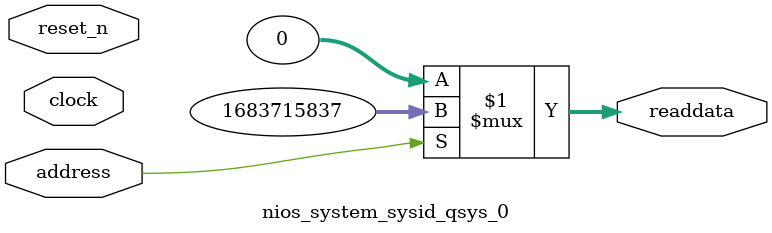
<source format=v>



// synthesis translate_off
`timescale 1ns / 1ps
// synthesis translate_on

// turn off superfluous verilog processor warnings 
// altera message_level Level1 
// altera message_off 10034 10035 10036 10037 10230 10240 10030 

module nios_system_sysid_qsys_0 (
               // inputs:
                address,
                clock,
                reset_n,

               // outputs:
                readdata
             )
;

  output  [ 31: 0] readdata;
  input            address;
  input            clock;
  input            reset_n;

  wire    [ 31: 0] readdata;
  //control_slave, which is an e_avalon_slave
  assign readdata = address ? 1683715837 : 0;

endmodule



</source>
